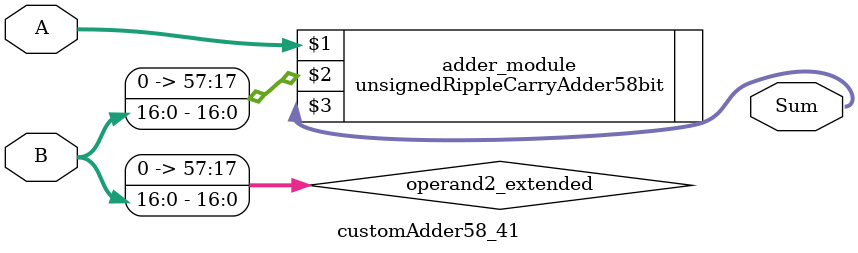
<source format=v>
module customAdder58_41(
                        input [57 : 0] A,
                        input [16 : 0] B,
                        
                        output [58 : 0] Sum
                );

        wire [57 : 0] operand2_extended;
        
        assign operand2_extended =  {41'b0, B};
        
        unsignedRippleCarryAdder58bit adder_module(
            A,
            operand2_extended,
            Sum
        );
        
        endmodule
        
</source>
